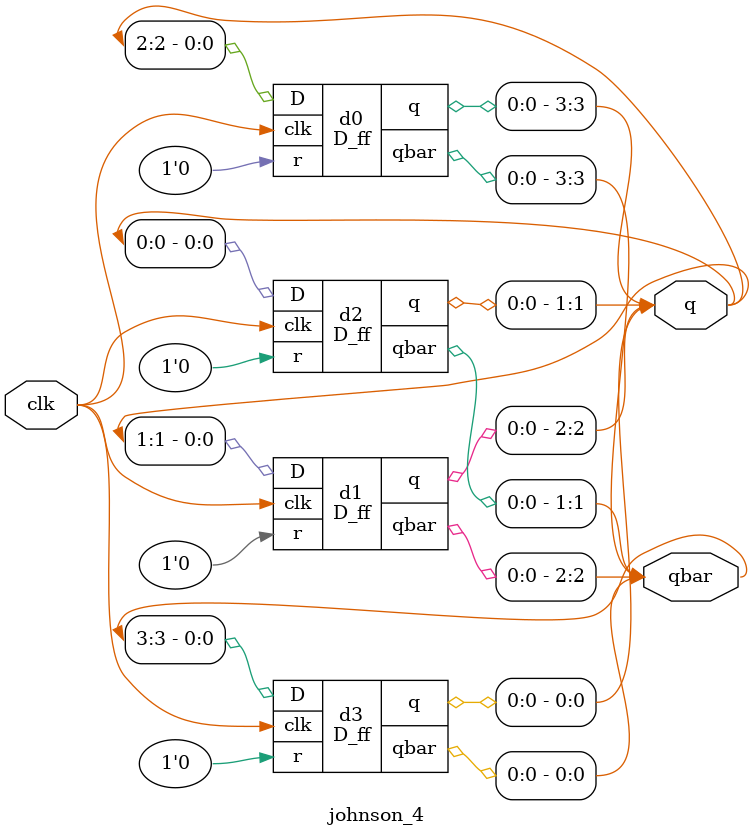
<source format=v>
`timescale 1ns / 1ps

module D_ff(
    input clk, D, r,
    output reg q,
    output qbar
);

always @(posedge clk) begin
    if (r)
        q <= 0;
    else 
        q <= D;
end

assign qbar = ~q;

endmodule

module johnson_4(
input clk,
output [3 : 0] q,
output [3 : 0] qbar
    );
    D_ff d0 (.clk(clk), .D(q[2]), .r(0), .q(q[3]), .qbar(qbar[3]));
    D_ff d1 (.clk(clk), .D(q[1]), .r(0), .q(q[2]), .qbar(qbar[2]));
    D_ff d2 (.clk(clk), .D(q[0]), .r(0), .q(q[1]), .qbar(qbar[1]));
    D_ff d3 (.clk(clk), .D(qbar[3]), .r(0), .q(q[0]), .qbar(qbar[0]));
    
endmodule

</source>
